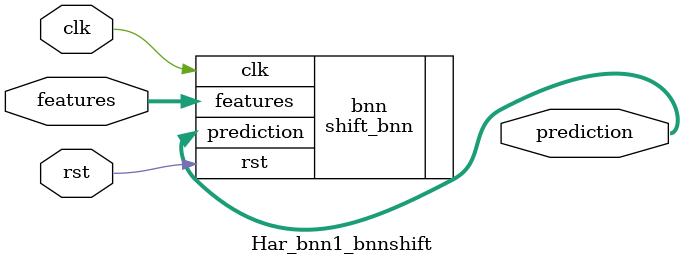
<source format=v>













module Har_bnn1_bnnshift #(

parameter FEAT_CNT = 12,
parameter HIDDEN_CNT = 40,
parameter FEAT_BITS = 4,
parameter CLASS_CNT = 6,
parameter TEST_CNT = 1000


  ) (
  input clk,
  input rst,
  input [FEAT_CNT*FEAT_BITS-1:0] features,
  output [$clog2(CLASS_CNT)-1:0] prediction
  );

  localparam Weights0 = 480'b001111010110111010110000100001111100001110101010010001010010000110001111110001100101110000100001101010101000100111110111010000011111101000011101001101100011000010010011001100100111011101011001001000001011111000000011011110110100011100000010011111100010010111110111101000010100101110111010000001011100010110010011110000011100010000100111101010101010100100000101010000111010011010010101101111101001110000110100100001110101011000100000101000001100101111111100010011100011001001010111 ;
  localparam Weights1 = 240'b111001111101100000101111100101100010100011010110111111001010010101011010011101001110011111011110001101011100001000101010010101000110011010101101110010110100110101111111011000000011000110001111110000010111001001000101000010011100001111000100 ;

  shift_bnn #(.FEAT_CNT(FEAT_CNT),.FEAT_BITS(FEAT_BITS),.HIDDEN_CNT(HIDDEN_CNT),.CLASS_CNT(CLASS_CNT),.Weights0(Weights0),.Weights1(Weights1)) bnn (
    .clk(clk),
    .rst(rst),
    .features(features),
    .prediction(prediction)
  );

endmodule

</source>
